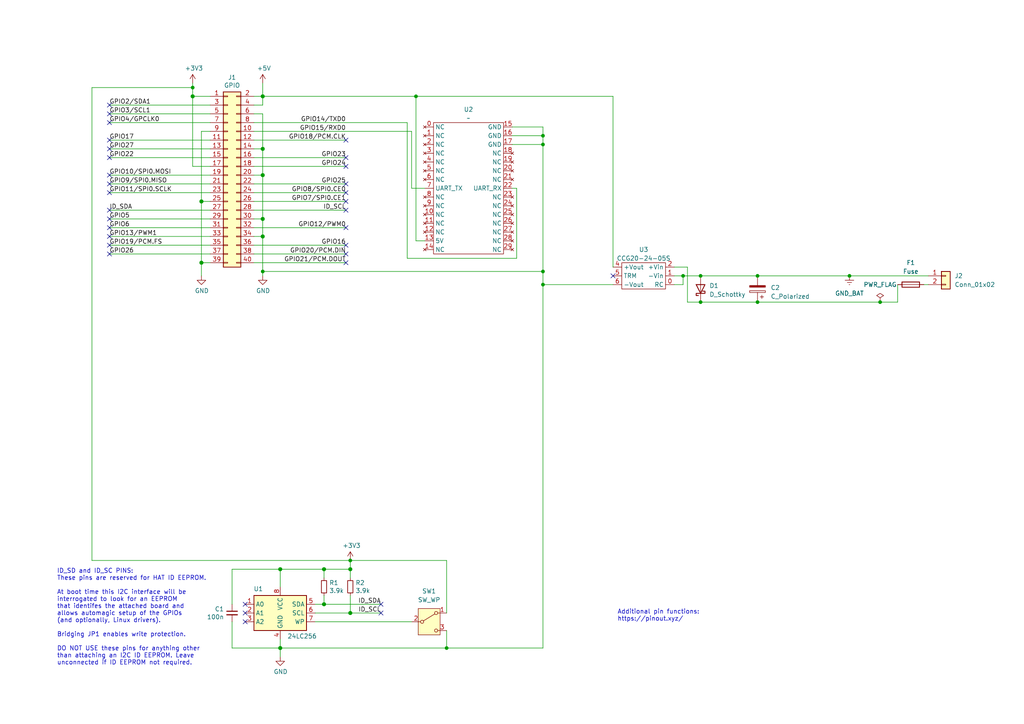
<source format=kicad_sch>
(kicad_sch (version 20231120) (generator "eeschema") (generator_version "8.0")
  (paper "A4")
  (title_block (date "15 nov 2012"))
  (lib_symbols
    (symbol "CCG30-24-05S:CCG30-24-05S"
      (property "Reference" "U" (at 0 0 0))
      (symbol "CCG30-24-05S_0_1"
        (rectangle (start -6.35 3.81) (end 6.35 -3.81))
      )
      (symbol "CCG30-24-05S_1_1"
        (pin input line (at -8.89 2.54 0) (length 2.54) (name "RC") (number "0"))
        (pin power_in line (at -8.89 0 0) (length 2.54) (name "-Vin") (number "1"))
        (pin power_in line (at -8.89 -2.54 0) (length 2.54) (name "+Vin") (number "2"))
        (pin power_out line (at 8.89 -2.54 180) (length 2.54) (name "+Vout") (number "4"))
        (pin passive line (at 8.89 0 180) (length 2.54) (name "TRM") (number "5"))
        (pin power_out line (at 8.89 2.54 180) (length 2.54) (name "-Vout") (number "6"))
      )
    )
    (symbol "Connector_Generic:Conn_01x02" (pin_names (offset 1.016) hide)
      (property "Reference" "J" (at 0 2.54 0))
      (property "Value" "Conn_01x02" (at 0 -5.08 0))
      (symbol "Conn_01x02_1_1"
        (rectangle (start -1.27 -2.413) (end 0 -2.667) (stroke (width 0.1524)))
        (rectangle (start -1.27 0.127) (end 0 -0.127) (stroke (width 0.1524)))
        (rectangle (start -1.27 1.27) (end 1.27 -3.81) (stroke (width 0.254)) (fill (type background)))
        (pin passive line (at -5.08 0 0) (length 3.81) (name "Pin_1") (number "1"))
        (pin passive line (at -5.08 -2.54 0) (length 3.81) (name "Pin_2") (number "2"))
      )
    )
    (symbol "Connector_Generic:Conn_02x20_Odd_Even" (pin_names (offset 1.016) hide)
      (property "Reference" "J" (at 1.27 25.4 0))
      (property "Value" "Conn_02x20_Odd_Even" (at 1.27 -27.94 0))
      (symbol "Conn_02x20_Odd_Even_1_1"
        (rectangle (start -1.27 -25.273) (end 0 -25.527) (stroke (width 0.1524)))
        (rectangle (start -1.27 -22.733) (end 0 -22.987) (stroke (width 0.1524)))
        (rectangle (start -1.27 -20.193) (end 0 -20.447) (stroke (width 0.1524)))
        (rectangle (start -1.27 -17.653) (end 0 -17.907) (stroke (width 0.1524)))
        (rectangle (start -1.27 -15.113) (end 0 -15.367) (stroke (width 0.1524)))
        (rectangle (start -1.27 -12.573) (end 0 -12.827) (stroke (width 0.1524)))
        (rectangle (start -1.27 -10.033) (end 0 -10.287) (stroke (width 0.1524)))
        (rectangle (start -1.27 -7.493) (end 0 -7.747) (stroke (width 0.1524)))
        (rectangle (start -1.27 -4.953) (end 0 -5.207) (stroke (width 0.1524)))
        (rectangle (start -1.27 -2.413) (end 0 -2.667) (stroke (width 0.1524)))
        (rectangle (start -1.27 0.127) (end 0 -0.127) (stroke (width 0.1524)))
        (rectangle (start -1.27 2.667) (end 0 2.413) (stroke (width 0.1524)))
        (rectangle (start -1.27 5.207) (end 0 4.953) (stroke (width 0.1524)))
        (rectangle (start -1.27 7.747) (end 0 7.493) (stroke (width 0.1524)))
        (rectangle (start -1.27 10.287) (end 0 10.033) (stroke (width 0.1524)))
        (rectangle (start -1.27 12.827) (end 0 12.573) (stroke (width 0.1524)))
        (rectangle (start -1.27 15.367) (end 0 15.113) (stroke (width 0.1524)))
        (rectangle (start -1.27 17.907) (end 0 17.653) (stroke (width 0.1524)))
        (rectangle (start -1.27 20.447) (end 0 20.193) (stroke (width 0.1524)))
        (rectangle (start -1.27 22.987) (end 0 22.733) (stroke (width 0.1524)))
        (rectangle (start -1.27 24.13) (end 3.81 -26.67) (stroke (width 0.254)) (fill (type background)))
        (rectangle (start 3.81 -25.273) (end 2.54 -25.527) (stroke (width 0.1524)))
        (rectangle (start 3.81 -22.733) (end 2.54 -22.987) (stroke (width 0.1524)))
        (rectangle (start 3.81 -20.193) (end 2.54 -20.447) (stroke (width 0.1524)))
        (rectangle (start 3.81 -17.653) (end 2.54 -17.907) (stroke (width 0.1524)))
        (rectangle (start 3.81 -15.113) (end 2.54 -15.367) (stroke (width 0.1524)))
        (rectangle (start 3.81 -12.573) (end 2.54 -12.827) (stroke (width 0.1524)))
        (rectangle (start 3.81 -10.033) (end 2.54 -10.287) (stroke (width 0.1524)))
        (rectangle (start 3.81 -7.493) (end 2.54 -7.747) (stroke (width 0.1524)))
        (rectangle (start 3.81 -4.953) (end 2.54 -5.207) (stroke (width 0.1524)))
        (rectangle (start 3.81 -2.413) (end 2.54 -2.667) (stroke (width 0.1524)))
        (rectangle (start 3.81 0.127) (end 2.54 -0.127) (stroke (width 0.1524)))
        (rectangle (start 3.81 2.667) (end 2.54 2.413) (stroke (width 0.1524)))
        (rectangle (start 3.81 5.207) (end 2.54 4.953) (stroke (width 0.1524)))
        (rectangle (start 3.81 7.747) (end 2.54 7.493) (stroke (width 0.1524)))
        (rectangle (start 3.81 10.287) (end 2.54 10.033) (stroke (width 0.1524)))
        (rectangle (start 3.81 12.827) (end 2.54 12.573) (stroke (width 0.1524)))
        (rectangle (start 3.81 15.367) (end 2.54 15.113) (stroke (width 0.1524)))
        (rectangle (start 3.81 17.907) (end 2.54 17.653) (stroke (width 0.1524)))
        (rectangle (start 3.81 20.447) (end 2.54 20.193) (stroke (width 0.1524)))
        (rectangle (start 3.81 22.987) (end 2.54 22.733) (stroke (width 0.1524)))
        (pin passive line (at -5.08 22.86 0) (length 3.81) (name "Pin_1") (number "1"))
        (pin passive line (at 7.62 12.7 180) (length 3.81) (name "Pin_10") (number "10"))
        (pin passive line (at -5.08 10.16 0) (length 3.81) (name "Pin_11") (number "11"))
        (pin passive line (at 7.62 10.16 180) (length 3.81) (name "Pin_12") (number "12"))
        (pin passive line (at -5.08 7.62 0) (length 3.81) (name "Pin_13") (number "13"))
        (pin passive line (at 7.62 7.62 180) (length 3.81) (name "Pin_14") (number "14"))
        (pin passive line (at -5.08 5.08 0) (length 3.81) (name "Pin_15") (number "15"))
        (pin passive line (at 7.62 5.08 180) (length 3.81) (name "Pin_16") (number "16"))
        (pin passive line (at -5.08 2.54 0) (length 3.81) (name "Pin_17") (number "17"))
        (pin passive line (at 7.62 2.54 180) (length 3.81) (name "Pin_18") (number "18"))
        (pin passive line (at -5.08 0 0) (length 3.81) (name "Pin_19") (number "19"))
        (pin passive line (at 7.62 22.86 180) (length 3.81) (name "Pin_2") (number "2"))
        (pin passive line (at 7.62 0 180) (length 3.81) (name "Pin_20") (number "20"))
        (pin passive line (at -5.08 -2.54 0) (length 3.81) (name "Pin_21") (number "21"))
        (pin passive line (at 7.62 -2.54 180) (length 3.81) (name "Pin_22") (number "22"))
        (pin passive line (at -5.08 -5.08 0) (length 3.81) (name "Pin_23") (number "23"))
        (pin passive line (at 7.62 -5.08 180) (length 3.81) (name "Pin_24") (number "24"))
        (pin passive line (at -5.08 -7.62 0) (length 3.81) (name "Pin_25") (number "25"))
        (pin passive line (at 7.62 -7.62 180) (length 3.81) (name "Pin_26") (number "26"))
        (pin passive line (at -5.08 -10.16 0) (length 3.81) (name "Pin_27") (number "27"))
        (pin passive line (at 7.62 -10.16 180) (length 3.81) (name "Pin_28") (number "28"))
        (pin passive line (at -5.08 -12.7 0) (length 3.81) (name "Pin_29") (number "29"))
        (pin passive line (at -5.08 20.32 0) (length 3.81) (name "Pin_3") (number "3"))
        (pin passive line (at 7.62 -12.7 180) (length 3.81) (name "Pin_30") (number "30"))
        (pin passive line (at -5.08 -15.24 0) (length 3.81) (name "Pin_31") (number "31"))
        (pin passive line (at 7.62 -15.24 180) (length 3.81) (name "Pin_32") (number "32"))
        (pin passive line (at -5.08 -17.78 0) (length 3.81) (name "Pin_33") (number "33"))
        (pin passive line (at 7.62 -17.78 180) (length 3.81) (name "Pin_34") (number "34"))
        (pin passive line (at -5.08 -20.32 0) (length 3.81) (name "Pin_35") (number "35"))
        (pin passive line (at 7.62 -20.32 180) (length 3.81) (name "Pin_36") (number "36"))
        (pin passive line (at -5.08 -22.86 0) (length 3.81) (name "Pin_37") (number "37"))
        (pin passive line (at 7.62 -22.86 180) (length 3.81) (name "Pin_38") (number "38"))
        (pin passive line (at -5.08 -25.4 0) (length 3.81) (name "Pin_39") (number "39"))
        (pin passive line (at 7.62 20.32 180) (length 3.81) (name "Pin_4") (number "4"))
        (pin passive line (at 7.62 -25.4 180) (length 3.81) (name "Pin_40") (number "40"))
        (pin passive line (at -5.08 17.78 0) (length 3.81) (name "Pin_5") (number "5"))
        (pin passive line (at 7.62 17.78 180) (length 3.81) (name "Pin_6") (number "6"))
        (pin passive line (at -5.08 15.24 0) (length 3.81) (name "Pin_7") (number "7"))
        (pin passive line (at 7.62 15.24 180) (length 3.81) (name "Pin_8") (number "8"))
        (pin passive line (at -5.08 12.7 0) (length 3.81) (name "Pin_9") (number "9"))
      )
    )
    (symbol "Device:C_Polarized" (pin_numbers hide) (pin_names (offset 0.254))
      (property "Reference" "C" (at 0.635 2.54 0))
      (property "Value" "C_Polarized" (at 0.635 -2.54 0))
      (symbol "C_Polarized_0_1"
        (rectangle (start -2.286 0.508) (end 2.286 1.016))
        (polyline (pts (xy -1.778 2.286) (xy -0.762 2.286)))
        (polyline (pts (xy -1.27 2.794) (xy -1.27 1.778)))
        (rectangle (start 2.286 -0.508) (end -2.286 -1.016) (fill (type outline)))
      )
      (symbol "C_Polarized_1_1"
        (pin passive line (at 0 3.81 270) (length 2.794) (name "~") (number "1"))
        (pin passive line (at 0 -3.81 90) (length 2.794) (name "~") (number "2"))
      )
    )
    (symbol "Device:C_Small" (pin_numbers hide) (pin_names (offset 0.254) hide)
      (property "Reference" "C" (at 0.254 1.778 0))
      (property "Value" "C_Small" (at 0.254 -2.032 0))
      (symbol "C_Small_0_1"
        (polyline (pts (xy -1.524 -0.508) (xy 1.524 -0.508)) (stroke (width 0.3302)))
        (polyline (pts (xy -1.524 0.508) (xy 1.524 0.508)) (stroke (width 0.3048)))
      )
      (symbol "C_Small_1_1"
        (pin passive line (at 0 2.54 270) (length 2.032) (name "~") (number "1"))
        (pin passive line (at 0 -2.54 90) (length 2.032) (name "~") (number "2"))
      )
    )
    (symbol "Device:D_Schottky" (pin_numbers hide) (pin_names (offset 1.016) hide)
      (property "Reference" "D" (at 0 2.54 0))
      (property "Value" "D_Schottky" (at 0 -2.54 0))
      (symbol "D_Schottky_0_1"
        (polyline (pts (xy 1.27 0) (xy -1.27 0)))
        (polyline (pts (xy 1.27 1.27) (xy 1.27 -1.27) (xy -1.27 0) (xy 1.27 1.27)) (stroke (width 0.254)))
        (polyline (pts (xy -1.905 0.635) (xy -1.905 1.27) (xy -1.27 1.27) (xy -1.27 -1.27) (xy -0.635 -1.27) (xy -0.635 -0.635)) (stroke (width 0.254)))
      )
      (symbol "D_Schottky_1_1"
        (pin passive line (at -3.81 0 0) (length 2.54) (name "K") (number "1"))
        (pin passive line (at 3.81 0 180) (length 2.54) (name "A") (number "2"))
      )
    )
    (symbol "Device:Fuse" (pin_numbers hide) (pin_names (offset 0))
      (property "Reference" "F" (at 2.032 0 90))
      (property "Value" "Fuse" (at -1.905 0 90))
      (symbol "Fuse_0_1"
        (rectangle (start -0.762 -2.54) (end 0.762 2.54) (stroke (width 0.254)))
        (polyline (pts (xy 0 2.54) (xy 0 -2.54)))
      )
      (symbol "Fuse_1_1"
        (pin passive line (at 0 3.81 270) (length 1.27) (name "~") (number "1"))
        (pin passive line (at 0 -3.81 90) (length 1.27) (name "~") (number "2"))
      )
    )
    (symbol "Device:R_Small" (pin_numbers hide) (pin_names (offset 0.254) hide)
      (property "Reference" "R" (at 0.762 0.508 0))
      (property "Value" "R_Small" (at 0.762 -1.016 0))
      (symbol "R_Small_0_1"
        (rectangle (start -0.762 1.778) (end 0.762 -1.778) (stroke (width 0.2032)))
      )
      (symbol "R_Small_1_1"
        (pin passive line (at 0 2.54 270) (length 0.762) (name "~") (number "1"))
        (pin passive line (at 0 -2.54 90) (length 0.762) (name "~") (number "2"))
      )
    )
    (symbol "Memory_EEPROM:CAT24C256"
      (property "Reference" "U" (at -6.35 6.35 0))
      (property "Value" "CAT24C256" (at 1.27 6.35 0))
      (symbol "CAT24C256_1_1"
        (rectangle (start -7.62 5.08) (end 7.62 -5.08) (stroke (width 0.254)) (fill (type background)))
        (pin input line (at -10.16 2.54 0) (length 2.54) (name "A0") (number "1"))
        (pin input line (at -10.16 0 0) (length 2.54) (name "A1") (number "2"))
        (pin input line (at -10.16 -2.54 0) (length 2.54) (name "A2") (number "3"))
        (pin power_in line (at 0 -7.62 90) (length 2.54) (name "GND") (number "4"))
        (pin bidirectional line (at 10.16 2.54 180) (length 2.54) (name "SDA") (number "5"))
        (pin input line (at 10.16 0 180) (length 2.54) (name "SCL") (number "6"))
        (pin input line (at 10.16 -2.54 180) (length 2.54) (name "WP") (number "7"))
        (pin power_in line (at 0 7.62 270) (length 2.54) (name "VCC") (number "8"))
      )
    )
    (symbol "Switch:SW_SPDT" (pin_names (offset 0) hide)
      (property "Reference" "SW" (at 0 5.08 0))
      (property "Value" "SW_SPDT" (at 0 -5.08 0))
      (symbol "SW_SPDT_0_1"
        (circle (center -2.032 0) (radius 0.4572))
        (polyline (pts (xy -1.651 0.254) (xy 1.651 2.286)))
        (circle (center 2.032 -2.54) (radius 0.4572))
        (circle (center 2.032 2.54) (radius 0.4572))
      )
      (symbol "SW_SPDT_1_1"
        (rectangle (start -3.175 3.81) (end 3.175 -3.81) (fill (type background)))
        (pin passive line (at 5.08 2.54 180) (length 2.54) (name "A") (number "1"))
        (pin passive line (at -5.08 0 0) (length 2.54) (name "B") (number "2"))
        (pin passive line (at 5.08 -2.54 180) (length 2.54) (name "C") (number "3"))
      )
    )
    (symbol "llm_module:llm_module"
      (property "Reference" "U" (at 0 0 0))
      (symbol "llm_module_0_1"
        (rectangle (start -10.16 19.05) (end 10.16 -19.05))
      )
      (symbol "llm_module_1_1"
        (pin no_connect line (at -12.7 17.78 0) (length 2.54) (name "NC") (number "0"))
        (pin no_connect line (at -12.7 15.24 0) (length 2.54) (name "NC") (number "1"))
        (pin no_connect line (at -12.7 -7.62 0) (length 2.54) (name "NC") (number "10"))
        (pin no_connect line (at -12.7 -10.16 0) (length 2.54) (name "NC") (number "11"))
        (pin no_connect line (at -12.7 -12.7 0) (length 2.54) (name "NC") (number "12"))
        (pin power_in line (at -12.7 -15.24 0) (length 2.54) (name "5V") (number "13"))
        (pin no_connect line (at -12.7 -17.78 0) (length 2.54) (name "NC") (number "14"))
        (pin passive line (at 12.7 17.78 180) (length 2.54) (name "GND") (number "15"))
        (pin passive line (at 12.7 15.24 180) (length 2.54) (name "GND") (number "16"))
        (pin passive line (at 12.7 12.7 180) (length 2.54) (name "GND") (number "17"))
        (pin no_connect line (at 12.7 10.16 180) (length 2.54) (name "NC") (number "18"))
        (pin no_connect line (at 12.7 7.62 180) (length 2.54) (name "NC") (number "19"))
        (pin no_connect line (at -12.7 12.7 0) (length 2.54) (name "NC") (number "2"))
        (pin no_connect line (at 12.7 5.08 180) (length 2.54) (name "NC") (number "20"))
        (pin no_connect line (at 12.7 2.54 180) (length 2.54) (name "NC") (number "21"))
        (pin input line (at 12.7 0 180) (length 2.54) (name "UART_RX") (number "22"))
        (pin no_connect line (at 12.7 -2.54 180) (length 2.54) (name "NC") (number "23"))
        (pin no_connect line (at 12.7 -5.08 180) (length 2.54) (name "NC") (number "24"))
        (pin no_connect line (at 12.7 -7.62 180) (length 2.54) (name "NC") (number "25"))
        (pin no_connect line (at 12.7 -10.16 180) (length 2.54) (name "NC") (number "26"))
        (pin no_connect line (at 12.7 -12.7 180) (length 2.54) (name "NC") (number "27"))
        (pin no_connect line (at 12.7 -15.24 180) (length 2.54) (name "NC") (number "28"))
        (pin no_connect line (at 12.7 -17.78 180) (length 2.54) (name "NC") (number "29"))
        (pin no_connect line (at -12.7 10.16 0) (length 2.54) (name "NC") (number "3"))
        (pin no_connect line (at -12.7 7.62 0) (length 2.54) (name "NC") (number "4"))
        (pin no_connect line (at -12.7 5.08 0) (length 2.54) (name "NC") (number "5"))
        (pin no_connect line (at -12.7 2.54 0) (length 2.54) (name "NC") (number "6"))
        (pin output line (at -12.7 0 0) (length 2.54) (name "UART_TX") (number "7"))
        (pin no_connect line (at -12.7 -2.54 0) (length 2.54) (name "NC") (number "8"))
        (pin no_connect line (at -12.7 -5.08 0) (length 2.54) (name "NC") (number "9"))
      )
    )
    (symbol "power:+3.3V" (power) (pin_names (offset 0))
      (property "Value" "+3.3V" (at 0 3.556 0))
      (symbol "+3.3V_0_1"
        (polyline (pts (xy -0.762 1.27) (xy 0 2.54)))
        (polyline (pts (xy 0 0) (xy 0 2.54)))
        (polyline (pts (xy 0 2.54) (xy 0.762 1.27)))
      )
      (symbol "+3.3V_1_1"
        (pin power_in line (at 0 0 90) (length 0) hide (name "+3V3") (number "1"))
      )
    )
    (symbol "power:+5V" (power) (pin_names (offset 0))
      (property "Value" "+5V" (at 0 3.556 0))
      (symbol "+5V_0_1"
        (polyline (pts (xy -0.762 1.27) (xy 0 2.54)))
        (polyline (pts (xy 0 0) (xy 0 2.54)))
        (polyline (pts (xy 0 2.54) (xy 0.762 1.27)))
      )
      (symbol "+5V_1_1"
        (pin power_in line (at 0 0 90) (length 0) hide (name "+5V") (number "1"))
      )
    )
    (symbol "power:GND" (power) (pin_names (offset 0))
      (property "Value" "GND" (at 0 -3.81 0))
      (symbol "GND_0_1"
        (polyline (pts (xy 0 0) (xy 0 -1.27) (xy 1.27 -1.27) (xy 0 -2.54) (xy -1.27 -1.27) (xy 0 -1.27)))
      )
      (symbol "GND_1_1"
        (pin power_in line (at 0 0 270) (length 0) hide (name "GND") (number "1"))
      )
    )
    (symbol "power:GNDREF" (power) (pin_numbers hide) (pin_names (offset 0) hide)
      (property "Value" "GNDREF" (at 0 -3.81 0))
      (symbol "GNDREF_0_1"
        (polyline (pts (xy -0.635 -1.905) (xy 0.635 -1.905)))
        (polyline (pts (xy -0.127 -2.54) (xy 0.127 -2.54)))
        (polyline (pts (xy 0 -1.27) (xy 0 0)))
        (polyline (pts (xy 1.27 -1.27) (xy -1.27 -1.27)))
      )
      (symbol "GNDREF_1_1"
        (pin power_in line (at 0 0 270) (length 0) (name "~") (number "1"))
      )
    )
    (symbol "power:PWR_FLAG" (power) (pin_numbers hide) (pin_names (offset 0) hide)
      (property "Value" "PWR_FLAG" (at 0 3.81 0))
      (symbol "PWR_FLAG_0_0"
        (pin power_out line (at 0 0 90) (length 0) (name "~") (number "1"))
      )
      (symbol "PWR_FLAG_0_1"
        (polyline (pts (xy 0 0) (xy 0 1.27) (xy -1.016 1.905) (xy 0 2.54) (xy 1.016 1.905) (xy 0 1.27)))
      )
    )
  )
  (junction (at 246.38 80.01))
  (junction (at 93.98 175.26) (diameter 1.016))
  (junction (at 76.2 27.94) (diameter 1.016))
  (junction (at 81.28 187.96) (diameter 1.016))
  (junction (at 76.2 43.18) (diameter 1.016))
  (junction (at 81.28 165.1) (diameter 1.016))
  (junction (at 101.6 162.56))
  (junction (at 101.6 165.1) (diameter 1.016))
  (junction (at 157.48 39.37))
  (junction (at 129.54 187.96))
  (junction (at 157.48 78.74))
  (junction (at 58.42 76.2) (diameter 1.016))
  (junction (at 219.71 80.01))
  (junction (at 58.42 58.42) (diameter 1.016))
  (junction (at 255.27 87.63))
  (junction (at 76.2 68.58) (diameter 1.016))
  (junction (at 55.88 25.4))
  (junction (at 203.2 80.01))
  (junction (at 219.71 87.63))
  (junction (at 203.2 87.63))
  (junction (at 76.2 63.5) (diameter 1.016))
  (junction (at 76.2 50.8) (diameter 1.016))
  (junction (at 101.6 177.8) (diameter 1.016))
  (junction (at 120.65 27.94))
  (junction (at 198.12 80.01))
  (junction (at 157.48 82.55))
  (junction (at 157.48 41.91))
  (junction (at 55.88 27.94) (diameter 1.016))
  (junction (at 76.2 78.74))
  (junction (at 93.98 165.1) (diameter 1.016))
  (no_connect (at 100.33 76.2))
  (no_connect (at 71.12 175.26))
  (no_connect (at 71.12 177.8))
  (no_connect (at 71.12 180.34))
  (no_connect (at 31.75 43.18))
  (no_connect (at 110.49 175.26))
  (no_connect (at 100.33 66.04))
  (no_connect (at 31.75 50.8))
  (no_connect (at 100.33 71.12))
  (no_connect (at 31.75 73.66))
  (no_connect (at 100.33 60.96))
  (no_connect (at 31.75 66.04))
  (no_connect (at 100.33 53.34))
  (no_connect (at 31.75 35.56))
  (no_connect (at 100.33 45.72))
  (no_connect (at 31.75 71.12))
  (no_connect (at 31.75 60.96))
  (no_connect (at 31.75 30.48))
  (no_connect (at 100.33 58.42))
  (no_connect (at 31.75 63.5))
  (no_connect (at 31.75 33.02))
  (no_connect (at 110.49 177.8))
  (no_connect (at 100.33 48.26))
  (no_connect (at 31.75 40.64))
  (no_connect (at 100.33 55.88))
  (no_connect (at 31.75 68.58))
  (no_connect (at 100.33 73.66))
  (no_connect (at 31.75 53.34))
  (no_connect (at 100.33 40.64))
  (no_connect (at 177.8 80.01))
  (no_connect (at 31.75 45.72))
  (no_connect (at 31.75 55.88))
  (wire (pts (xy 58.42 58.42) (xy 58.42 76.2)))
  (wire (pts (xy 73.66 58.42) (xy 100.33 58.42)))
  (wire (pts (xy 120.65 69.85) (xy 123.19 69.85)))
  (wire (pts (xy 60.96 40.64) (xy 31.75 40.64)))
  (wire (pts (xy 81.28 165.1) (xy 93.98 165.1)))
  (wire (pts (xy 101.6 165.1) (xy 93.98 165.1)))
  (wire (pts (xy 101.6 167.64) (xy 101.6 165.1)))
  (wire (pts (xy 260.35 87.63) (xy 260.35 82.55)))
  (wire (pts (xy 177.8 27.94) (xy 177.8 77.47)))
  (wire (pts (xy 76.2 33.02) (xy 76.2 43.18)))
  (wire (pts (xy 76.2 50.8) (xy 73.66 50.8)))
  (wire (pts (xy 129.54 177.8) (xy 129.54 162.56)))
  (wire (pts (xy 198.12 82.55) (xy 198.12 80.01)))
  (wire (pts (xy 148.59 36.83) (xy 157.48 36.83)))
  (wire (pts (xy 76.2 63.5) (xy 76.2 68.58)))
  (wire (pts (xy 255.27 87.63) (xy 260.35 87.63)))
  (wire (pts (xy 177.8 82.55) (xy 157.48 82.55)))
  (wire (pts (xy 203.2 87.63) (xy 199.39 87.63)))
  (wire (pts (xy 76.2 50.8) (xy 76.2 63.5)))
  (wire (pts (xy 73.66 35.56) (xy 118.11 35.56)))
  (wire (pts (xy 58.42 38.1) (xy 58.42 58.42)))
  (wire (pts (xy 91.44 175.26) (xy 93.98 175.26)))
  (wire (pts (xy 93.98 175.26) (xy 110.49 175.26)))
  (wire (pts (xy 195.58 80.01) (xy 198.12 80.01)))
  (wire (pts (xy 157.48 78.74) (xy 157.48 41.91)))
  (wire (pts (xy 55.88 25.4) (xy 55.88 27.94)))
  (wire (pts (xy 58.42 38.1) (xy 60.96 38.1)))
  (wire (pts (xy 91.44 180.34) (xy 119.38 180.34)))
  (wire (pts (xy 73.66 55.88) (xy 100.33 55.88)))
  (wire (pts (xy 60.96 60.96) (xy 31.75 60.96)))
  (wire (pts (xy 129.54 182.88) (xy 129.54 187.96)))
  (wire (pts (xy 31.75 63.5) (xy 60.96 63.5)))
  (wire (pts (xy 148.59 39.37) (xy 157.48 39.37)))
  (wire (pts (xy 157.48 41.91) (xy 148.59 41.91)))
  (wire (pts (xy 58.42 58.42) (xy 60.96 58.42)))
  (wire (pts (xy 101.6 162.56) (xy 101.6 165.1)))
  (wire (pts (xy 199.39 87.63) (xy 199.39 77.47)))
  (wire (pts (xy 119.38 38.1) (xy 119.38 54.61)))
  (wire (pts (xy 73.66 45.72) (xy 100.33 45.72)))
  (wire (pts (xy 81.28 165.1) (xy 81.28 170.18)))
  (wire (pts (xy 157.48 41.91) (xy 157.48 39.37)))
  (wire (pts (xy 73.66 76.2) (xy 100.33 76.2)))
  (wire (pts (xy 58.42 76.2) (xy 58.42 80.01)))
  (wire (pts (xy 31.75 43.18) (xy 60.96 43.18)))
  (wire (pts (xy 101.6 172.72) (xy 101.6 177.8)))
  (wire (pts (xy 55.88 24.13) (xy 55.88 25.4)))
  (wire (pts (xy 76.2 68.58) (xy 73.66 68.58)))
  (wire (pts (xy 31.75 33.02) (xy 60.96 33.02)))
  (wire (pts (xy 118.11 74.93) (xy 149.86 74.93)))
  (wire (pts (xy 31.75 55.88) (xy 60.96 55.88)))
  (wire (pts (xy 157.48 39.37) (xy 157.48 36.83)))
  (wire (pts (xy 55.88 48.26) (xy 60.96 48.26)))
  (wire (pts (xy 60.96 30.48) (xy 31.75 30.48)))
  (wire (pts (xy 76.2 27.94) (xy 76.2 30.48)))
  (wire (pts (xy 120.65 27.94) (xy 120.65 69.85)))
  (wire (pts (xy 76.2 43.18) (xy 76.2 50.8)))
  (wire (pts (xy 73.66 40.64) (xy 100.33 40.64)))
  (wire (pts (xy 76.2 43.18) (xy 73.66 43.18)))
  (wire (pts (xy 26.67 25.4) (xy 26.67 162.56)))
  (wire (pts (xy 199.39 77.47) (xy 195.58 77.47)))
  (wire (pts (xy 76.2 24.13) (xy 76.2 27.94)))
  (wire (pts (xy 118.11 35.56) (xy 118.11 74.93)))
  (wire (pts (xy 157.48 82.55) (xy 157.48 78.74)))
  (wire (pts (xy 31.75 35.56) (xy 60.96 35.56)))
  (wire (pts (xy 93.98 165.1) (xy 93.98 167.64)))
  (wire (pts (xy 149.86 54.61) (xy 148.59 54.61)))
  (wire (pts (xy 76.2 27.94) (xy 73.66 27.94)))
  (wire (pts (xy 55.88 27.94) (xy 55.88 48.26)))
  (wire (pts (xy 73.66 48.26) (xy 100.33 48.26)))
  (wire (pts (xy 76.2 78.74) (xy 157.48 78.74)))
  (wire (pts (xy 73.66 38.1) (xy 119.38 38.1)))
  (wire (pts (xy 195.58 82.55) (xy 198.12 82.55)))
  (wire (pts (xy 93.98 172.72) (xy 93.98 175.26)))
  (wire (pts (xy 203.2 87.63) (xy 219.71 87.63)))
  (wire (pts (xy 120.65 27.94) (xy 177.8 27.94)))
  (wire (pts (xy 91.44 177.8) (xy 101.6 177.8)))
  (wire (pts (xy 101.6 177.8) (xy 110.49 177.8)))
  (wire (pts (xy 31.75 45.72) (xy 60.96 45.72)))
  (wire (pts (xy 31.75 53.34) (xy 60.96 53.34)))
  (wire (pts (xy 31.75 66.04) (xy 60.96 66.04)))
  (wire (pts (xy 76.2 30.48) (xy 73.66 30.48)))
  (wire (pts (xy 76.2 27.94) (xy 120.65 27.94)))
  (wire (pts (xy 31.75 71.12) (xy 60.96 71.12)))
  (wire (pts (xy 73.66 71.12) (xy 100.33 71.12)))
  (wire (pts (xy 73.66 66.04) (xy 100.33 66.04)))
  (wire (pts (xy 58.42 76.2) (xy 60.96 76.2)))
  (wire (pts (xy 73.66 73.66) (xy 100.33 73.66)))
  (wire (pts (xy 76.2 33.02) (xy 73.66 33.02)))
  (wire (pts (xy 55.88 25.4) (xy 26.67 25.4)))
  (wire (pts (xy 31.75 73.66) (xy 60.96 73.66)))
  (wire (pts (xy 149.86 74.93) (xy 149.86 54.61)))
  (wire (pts (xy 26.67 162.56) (xy 101.6 162.56)))
  (wire (pts (xy 76.2 78.74) (xy 76.2 80.01)))
  (wire (pts (xy 101.6 162.56) (xy 129.54 162.56)))
  (wire (pts (xy 119.38 54.61) (xy 123.19 54.61)))
  (wire (pts (xy 67.31 165.1) (xy 67.31 175.26)))
  (wire (pts (xy 67.31 180.34) (xy 67.31 187.96)))
  (wire (pts (xy 67.31 187.96) (xy 81.28 187.96)))
  (wire (pts (xy 81.28 165.1) (xy 67.31 165.1)))
  (wire (pts (xy 81.28 185.42) (xy 81.28 187.96)))
  (wire (pts (xy 81.28 187.96) (xy 81.28 190.5)))
  (wire (pts (xy 267.97 82.55) (xy 269.24 82.55)))
  (wire (pts (xy 76.2 68.58) (xy 76.2 78.74)))
  (wire (pts (xy 73.66 53.34) (xy 100.33 53.34)))
  (wire (pts (xy 60.96 68.58) (xy 31.75 68.58)))
  (wire (pts (xy 129.54 187.96) (xy 81.28 187.96)))
  (wire (pts (xy 219.71 87.63) (xy 255.27 87.63)))
  (wire (pts (xy 157.48 187.96) (xy 129.54 187.96)))
  (wire (pts (xy 203.2 80.01) (xy 219.71 80.01)))
  (wire (pts (xy 76.2 63.5) (xy 73.66 63.5)))
  (wire (pts (xy 219.71 80.01) (xy 246.38 80.01)))
  (wire (pts (xy 55.88 27.94) (xy 60.96 27.94)))
  (wire (pts (xy 157.48 82.55) (xy 157.48 187.96)))
  (wire (pts (xy 60.96 50.8) (xy 31.75 50.8)))
  (wire (pts (xy 73.66 60.96) (xy 100.33 60.96)))
  (wire (pts (xy 246.38 80.01) (xy 269.24 80.01)))
  (wire (pts (xy 198.12 80.01) (xy 203.2 80.01)))
  (text "Additional pin functions:\nhttps://pinout.xyz/" (at 179.07 180.34 0) (effects (font (size 1.27 1.27)) (justify left bottom)))
  (text "ID_SD and ID_SC PINS:\nThese pins are reserved for HAT ID EEPROM.\n\nAt boot time this I2C interface will be\ninterrogated to look for an EEPROM\nthat identifes the attached board and\nallows automagic setup of the GPIOs\n(and optionally, Linux drivers).\n\nBridging JP1 enables write protection.\n\nDO NOT USE these pins for anything other\nthan attaching an I2C ID EEPROM. Leave\nunconnected if ID EEPROM not required." (at 16.51 193.04 0) (effects (font (size 1.27 1.27)) (justify left bottom)))
  (label "ID_SDA" (at 31.75 60.96 0))
  (label "GPIO6" (at 31.75 66.04 0))
  (label "ID_SDA" (at 110.49 175.26 180))
  (label "ID_SCL" (at 100.33 60.96 180))
  (label "GPIO5" (at 31.75 63.5 0))
  (label "GPIO21{slash}PCM.DOUT" (at 100.33 76.2 180))
  (label "GPIO19{slash}PCM.FS" (at 31.75 71.12 0))
  (label "GPIO10{slash}SPI0.MOSI" (at 31.75 50.8 0))
  (label "GPIO9{slash}SPI0.MISO" (at 31.75 53.34 0))
  (label "GPIO23" (at 100.33 45.72 180))
  (label "GPIO4{slash}GPCLK0" (at 31.75 35.56 0))
  (label "GPIO27" (at 31.75 43.18 0))
  (label "GPIO26" (at 31.75 73.66 0))
  (label "GPIO14{slash}TXD0" (at 100.33 35.56 180))
  (label "GPIO8{slash}SPI0.CE0" (at 100.33 55.88 180))
  (label "GPIO15{slash}RXD0" (at 100.33 38.1 180))
  (label "GPIO16" (at 100.33 71.12 180))
  (label "GPIO22" (at 31.75 45.72 0))
  (label "GPIO2{slash}SDA1" (at 31.75 30.48 0))
  (label "GPIO17" (at 31.75 40.64 0))
  (label "GPIO25" (at 100.33 53.34 180))
  (label "GPIO3{slash}SCL1" (at 31.75 33.02 0))
  (label "GPIO18{slash}PCM.CLK" (at 100.33 40.64 180))
  (label "GPIO12{slash}PWM0" (at 100.33 66.04 180))
  (label "GPIO13{slash}PWM1" (at 31.75 68.58 0))
  (label "GPIO20{slash}PCM.DIN" (at 100.33 73.66 180))
  (label "GPIO24" (at 100.33 48.26 180))
  (label "GPIO7{slash}SPI0.CE1" (at 100.33 58.42 180))
  (label "ID_SCL" (at 110.49 177.8 180))
  (label "GPIO11{slash}SPI0.SCLK" (at 31.75 55.88 0))
  (symbol (lib_id "power:+5V") (at 76.2 24.13 0) (unit 1)
    (property "Reference" "#PWR01" (effects (hide yes)))
    (property "Value" "+5V" (at 76.5683 19.8056 0))
  )
  (symbol (lib_id "power:+3.3V") (at 55.88 24.13 0) (unit 1)
    (property "Reference" "#PWR04" (effects (hide yes)))
    (property "Value" "+3V3" (at 56.2483 19.8056 0))
  )
  (symbol (lib_id "power:GND") (at 76.2 80.01 0) (unit 1)
    (property "Reference" "#PWR02" (effects (hide yes)))
    (property "Value" "GND" (at 76.3143 84.3344 0))
  )
  (symbol (lib_id "power:GND") (at 58.42 80.01 0) (unit 1)
    (property "Reference" "#PWR03" (effects (hide yes)))
    (property "Value" "GND" (at 58.5343 84.3344 0))
  )
  (symbol (lib_id "Connector_Generic:Conn_02x20_Odd_Even") (at 66.04 50.8 0) (unit 1)
    (property "Reference" "J1" (at 67.31 22.4598 0))
    (property "Value" "GPIO" (at 67.31 24.765 0))
    (property "Footprint" "Connector_PinSocket_2.54mm:PinSocket_2x20_P2.54mm_Vertical" (effects (hide yes)))
  )
  (symbol (lib_id "power:PWR_FLAG") (at 255.27 87.63 0) (unit 1)
    (property "Reference" "#FLG01" (effects (hide yes)))
    (property "Value" "PWR_FLAG" (at 255.27 82.55 0))
    (property "Description" "Special symbol for telling ERC where power comes from" (effects (hide yes)))
  )
  (symbol (lib_id "Device:C_Small") (at 67.31 177.8 0) (unit 1)
    (property "Reference" "C1" (at 64.9858 176.6506 0) (effects (justify right)))
    (property "Value" "100n" (at 64.9858 178.9493 0) (effects (justify right)))
    (property "Footprint" "Capacitor_THT:C_Rect_L7.2mm_W4.5mm_P5.00mm_FKS2_FKP2_MKS2_MKP2" (effects (hide yes)))
    (property "Datasheet" "https://akizukidenshi.com/catalog/g/g100090/" (effects (hide yes)))
  )
  (symbol (lib_id "Device:D_Schottky") (at 203.2 83.82 90) (unit 1)
    (property "Reference" "D1" (at 205.74 82.8674 90) (effects (justify right)))
    (property "Value" "D_Schottky" (at 205.74 85.4074 90) (effects (justify right)))
    (property "Footprint" "Resistor_THT:R_Axial_DIN0207_L6.3mm_D2.5mm_P10.16mm_Horizontal" (effects (hide yes)))
    (property "Datasheet" "https://akizukidenshi.com/catalog/g/g117244/" (effects (hide yes)))
    (property "Description" "Schottky diode" (effects (hide yes)))
  )
  (symbol (lib_id "Device:R_Small") (at 93.98 170.18 0) (unit 1)
    (property "Reference" "R1" (at 95.4786 169.037 0) (effects (justify left)))
    (property "Value" "3.9k" (at 95.4787 171.3293 0) (effects (justify left)))
    (property "Footprint" "Resistor_THT:R_Axial_DIN0207_L6.3mm_D2.5mm_P10.16mm_Horizontal" (effects (hide yes)))
    (property "Datasheet" "https://akizukidenshi.com/catalog/g/g125392/" (effects (hide yes)))
  )
  (symbol (lib_id "llm_module:llm_module") (at 135.89 54.61 0) (unit 1)
    (property "Reference" "U2" (at 135.89 31.75 0))
    (property "Value" "~" (at 135.89 34.29 0))
    (property "Footprint" "llm_hat:llm_module" (effects (hide yes)))
  )
  (symbol (lib_id "CCG30-24-05S:CCG30-24-05S") (at 186.69 80.01 180) (unit 1)
    (property "Reference" "U3" (at 186.69 72.39 0))
    (property "Value" "CCG20-24-05S" (at 186.69 74.93 0))
    (property "Footprint" "CCG30-24-05S:CCG30-24-05S" (effects (hide yes)))
    (property "Datasheet" "https://www.marutsu.co.jp/pc/i/826844/?srsltid=AfmBOopM9WaP29SqOWyd-RPxNZ-SgqAWNQsRUl6YJ1ZuJttaWCI5gfKa" (effects (hide yes)))
  )
  (symbol (lib_id "Device:Fuse") (at 264.16 82.55 270) (unit 1)
    (property "Reference" "F1" (at 264.16 76.2 90))
    (property "Value" "Fuse" (at 264.16 78.74 90))
    (property "Footprint" "3557-15:3557-15" (effects (hide yes)))
    (property "Datasheet" "https://akizukidenshi.com/catalog/g/g118223/" (effects (hide yes)))
    (property "Description" "Fuse" (effects (hide yes)))
  )
  (symbol (lib_id "power:GNDREF") (at 246.38 80.01 0) (unit 1)
    (property "Reference" "#PWR05" (effects (hide yes)))
    (property "Value" "GND_BAT" (at 246.38 85.09 0))
    (property "Description" "Power symbol creates a global label with name \"GNDREF\" , reference supply ground" (effects (hide yes)))
  )
  (symbol (lib_id "Device:R_Small") (at 101.6 170.18 0) (unit 1)
    (property "Reference" "R2" (at 103.0986 169.037 0) (effects (justify left)))
    (property "Value" "3.9k" (at 103.0987 171.3293 0) (effects (justify left)))
    (property "Footprint" "Resistor_THT:R_Axial_DIN0207_L6.3mm_D2.5mm_P10.16mm_Horizontal" (effects (hide yes)))
    (property "Datasheet" "https://akizukidenshi.com/catalog/g/g125392/" (effects (hide yes)))
  )
  (symbol (lib_id "power:+3.3V") (at 101.6 162.56 0) (unit 1)
    (property "Reference" "#PWR0101" (effects (hide yes)))
    (property "Value" "+3V3" (at 101.9683 158.2356 0))
  )
  (symbol (lib_id "Memory_EEPROM:CAT24C256") (at 81.28 177.8 0) (unit 1)
    (property "Reference" "U1" (at 74.93 170.7958 0))
    (property "Value" "24LC256" (at 87.63 184.5245 0))
    (property "Footprint" "Package_DIP:DIP-8_W7.62mm" (effects (hide yes)))
    (property "Datasheet" "https://akizukidenshi.com/catalog/g/g100705/" (effects (hide yes)))
  )
  (symbol (lib_id "Connector_Generic:Conn_01x02") (at 274.32 80.01 0) (unit 1)
    (property "Reference" "J2" (at 276.86 80.0099 0) (effects (justify left)))
    (property "Value" "Conn_01x02" (at 276.86 82.5499 0) (effects (justify left)))
    (property "Footprint" "Connector_AMASS:AMASS_XT60PW-F_1x02_P7.20mm_Horizontal" (effects (hide yes)))
    (property "Datasheet" "https://akizukidenshi.com/catalog/g/g118155/" (effects (hide yes)))
    (property "Description" "Generic connector, single row, 01x02, script generated (kicad-library-utils/schlib/autogen/connector/)" (effects (hide yes)))
  )
  (symbol (lib_id "Switch:SW_SPDT") (at 124.46 180.34 0) (unit 1)
    (property "Reference" "SW1" (at 124.46 171.45 0))
    (property "Value" "SW_WP" (at 124.46 173.99 0))
    (property "Footprint" "SS-12D00G3:SS-12D00G3" (effects (hide yes)))
    (property "Datasheet" "https://akizukidenshi.com/catalog/g/g115707/" (effects (hide yes)))
    (property "Description" "Switch, single pole double throw" (effects (hide yes)))
  )
  (symbol (lib_id "power:GND") (at 81.28 190.5 0) (unit 1)
    (property "Reference" "#PWR0102" (effects (hide yes)))
    (property "Value" "GND" (at 81.3943 194.8244 0))
  )
  (symbol (lib_id "Device:C_Polarized") (at 219.71 83.82 180) (unit 1)
    (property "Reference" "C2" (at 223.52 83.4389 0) (effects (justify right)))
    (property "Value" "C_Polarized" (at 223.52 85.9789 0) (effects (justify right)))
    (property "Footprint" "Capacitor_THT:CP_Radial_D16.0mm_P7.50mm" (effects (hide yes)))
    (property "Datasheet" "https://akizukidenshi.com/catalog/g/g104616/" (effects (hide yes)))
    (property "Description" "Polarized capacitor" (effects (hide yes)))
  )
)
</source>
